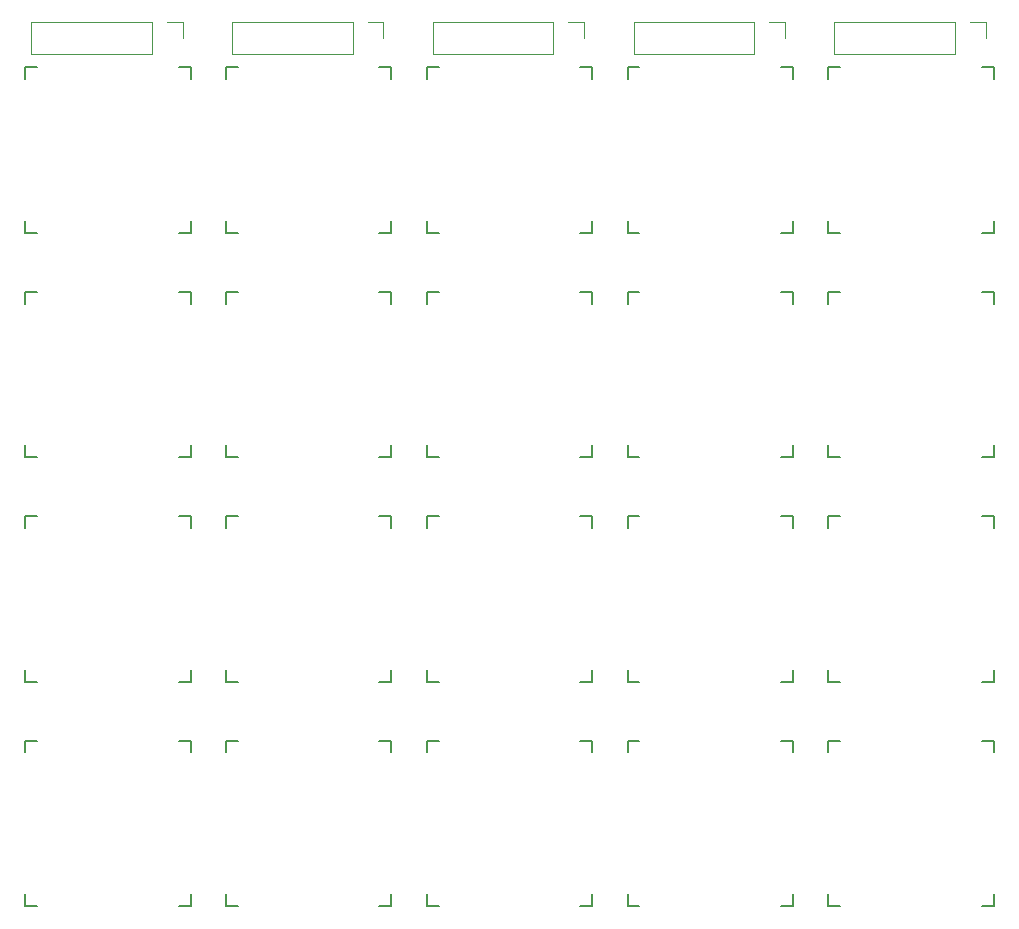
<source format=gto>
%MOIN*%
%OFA0B0*%
%FSLAX46Y46*%
%IPPOS*%
%LPD*%
%ADD10C,0.0047244094488188976*%
%ADD11C,0.005905511811023622*%
%ADD22C,0.0047244094488188976*%
%ADD23C,0.005905511811023622*%
%ADD24C,0.0047244094488188976*%
%ADD25C,0.005905511811023622*%
%ADD26C,0.0047244094488188976*%
%ADD27C,0.005905511811023622*%
%ADD28C,0.0047244094488188976*%
%ADD29C,0.005905511811023622*%
G01*
D10*
X0000442125Y0002861023D02*
X0000039763Y0002861023D01*
X0000544488Y0002965748D02*
X0000544488Y0002913385D01*
X0000442125Y0002965748D02*
X0000039763Y0002965748D01*
X0000039763Y0002965748D02*
X0000039763Y0002861023D01*
X0000442125Y0002965748D02*
X0000442125Y0002861023D01*
X0000492125Y0002965748D02*
X0000544488Y0002965748D01*
D11*
X0000019685Y0002775590D02*
X0000019685Y0002814960D01*
X0000019685Y0002263779D02*
X0000059055Y0002263779D01*
X0000059055Y0002814960D02*
X0000019685Y0002814960D01*
X0000019685Y0002263779D02*
X0000019685Y0002303149D01*
X0000570866Y0002303149D02*
X0000570866Y0002263779D01*
X0000570866Y0002814960D02*
X0000531496Y0002814960D01*
X0000531496Y0002263779D02*
X0000570866Y0002263779D01*
X0000570866Y0002814960D02*
X0000570866Y0002775590D01*
X0000570866Y0000059055D02*
X0000570866Y0000019685D01*
X0000570866Y0000570866D02*
X0000531496Y0000570866D01*
X0000531496Y0000019685D02*
X0000570866Y0000019685D01*
X0000570866Y0000570866D02*
X0000570866Y0000531496D01*
X0000019685Y0000531496D02*
X0000019685Y0000570866D01*
X0000019685Y0000019685D02*
X0000059055Y0000019685D01*
X0000059055Y0000570866D02*
X0000019685Y0000570866D01*
X0000019685Y0000019685D02*
X0000019685Y0000059055D01*
X0000570866Y0000807086D02*
X0000570866Y0000767716D01*
X0000570866Y0001318897D02*
X0000531496Y0001318897D01*
X0000531496Y0000767716D02*
X0000570866Y0000767716D01*
X0000570866Y0001318897D02*
X0000570866Y0001279527D01*
X0000019685Y0001279527D02*
X0000019685Y0001318897D01*
X0000019685Y0000767716D02*
X0000059055Y0000767716D01*
X0000059055Y0001318897D02*
X0000019685Y0001318897D01*
X0000019685Y0000767716D02*
X0000019685Y0000807086D01*
X0000019685Y0002027559D02*
X0000019685Y0002066929D01*
X0000019685Y0001515748D02*
X0000059055Y0001515748D01*
X0000059055Y0002066929D02*
X0000019685Y0002066929D01*
X0000019685Y0001515748D02*
X0000019685Y0001555118D01*
X0000570866Y0001555118D02*
X0000570866Y0001515748D01*
X0000570866Y0002066929D02*
X0000531496Y0002066929D01*
X0000531496Y0001515748D02*
X0000570866Y0001515748D01*
X0000570866Y0002066929D02*
X0000570866Y0002027559D01*
G04 next file*
G04 #@! TF.GenerationSoftware,KiCad,Pcbnew,7.0.2*
G04 #@! TF.CreationDate,2023-05-08T17:21:18+01:00*
G04 #@! TF.ProjectId,heron,6865726f-6e2e-46b6-9963-61645f706362,rev?*
G04 #@! TF.SameCoordinates,Original*
G04 #@! TF.FileFunction,Legend,Top*
G04 #@! TF.FilePolarity,Positive*
G04 Gerber Fmt 4.6, Leading zero omitted, Abs format (unit mm)*
G04 Created by KiCad (PCBNEW 7.0.2) date 2023-05-08 17:21:18*
G01*
G04 APERTURE LIST*
G04 APERTURE END LIST*
D22*
G04 #@! TO.C,J1*
X0001111417Y0002861023D02*
X0000709055Y0002861023D01*
X0001213779Y0002965748D02*
X0001213779Y0002913385D01*
X0001111417Y0002965748D02*
X0000709055Y0002965748D01*
X0000709055Y0002965748D02*
X0000709055Y0002861023D01*
X0001111417Y0002965748D02*
X0001111417Y0002861023D01*
X0001161417Y0002965748D02*
X0001213779Y0002965748D01*
D23*
G04 #@! TO.C,SW1*
X0000688976Y0002775590D02*
X0000688976Y0002814960D01*
X0000688976Y0002263779D02*
X0000728346Y0002263779D01*
X0000728346Y0002814960D02*
X0000688976Y0002814960D01*
X0000688976Y0002263779D02*
X0000688976Y0002303149D01*
X0001240157Y0002303149D02*
X0001240157Y0002263779D01*
X0001240157Y0002814960D02*
X0001200787Y0002814960D01*
X0001200787Y0002263779D02*
X0001240157Y0002263779D01*
X0001240157Y0002814960D02*
X0001240157Y0002775590D01*
G04 #@! TO.C,SW4*
X0001240157Y0000059055D02*
X0001240157Y0000019685D01*
X0001240157Y0000570866D02*
X0001200787Y0000570866D01*
X0001200787Y0000019685D02*
X0001240157Y0000019685D01*
X0001240157Y0000570866D02*
X0001240157Y0000531496D01*
X0000688976Y0000531496D02*
X0000688976Y0000570866D01*
X0000688976Y0000019685D02*
X0000728346Y0000019685D01*
X0000728346Y0000570866D02*
X0000688976Y0000570866D01*
X0000688976Y0000019685D02*
X0000688976Y0000059055D01*
G04 #@! TO.C,SW3*
X0001240157Y0000807086D02*
X0001240157Y0000767716D01*
X0001240157Y0001318897D02*
X0001200787Y0001318897D01*
X0001200787Y0000767716D02*
X0001240157Y0000767716D01*
X0001240157Y0001318897D02*
X0001240157Y0001279527D01*
X0000688976Y0001279527D02*
X0000688976Y0001318897D01*
X0000688976Y0000767716D02*
X0000728346Y0000767716D01*
X0000728346Y0001318897D02*
X0000688976Y0001318897D01*
X0000688976Y0000767716D02*
X0000688976Y0000807086D01*
G04 #@! TO.C,SW2*
X0000688976Y0002027559D02*
X0000688976Y0002066929D01*
X0000688976Y0001515748D02*
X0000728346Y0001515748D01*
X0000728346Y0002066929D02*
X0000688976Y0002066929D01*
X0000688976Y0001515748D02*
X0000688976Y0001555118D01*
X0001240157Y0001555118D02*
X0001240157Y0001515748D01*
X0001240157Y0002066929D02*
X0001200787Y0002066929D01*
X0001200787Y0001515748D02*
X0001240157Y0001515748D01*
X0001240157Y0002066929D02*
X0001240157Y0002027559D01*
G04 #@! TD*
G04 next file*
G04 #@! TF.GenerationSoftware,KiCad,Pcbnew,7.0.2*
G04 #@! TF.CreationDate,2023-05-08T17:21:18+01:00*
G04 #@! TF.ProjectId,heron,6865726f-6e2e-46b6-9963-61645f706362,rev?*
G04 #@! TF.SameCoordinates,Original*
G04 #@! TF.FileFunction,Legend,Top*
G04 #@! TF.FilePolarity,Positive*
G04 Gerber Fmt 4.6, Leading zero omitted, Abs format (unit mm)*
G04 Created by KiCad (PCBNEW 7.0.2) date 2023-05-08 17:21:18*
G01*
G04 APERTURE LIST*
G04 APERTURE END LIST*
D24*
G04 #@! TO.C,J1*
X0001780708Y0002861023D02*
X0001378346Y0002861023D01*
X0001883070Y0002965748D02*
X0001883070Y0002913385D01*
X0001780708Y0002965748D02*
X0001378346Y0002965748D01*
X0001378346Y0002965748D02*
X0001378346Y0002861023D01*
X0001780708Y0002965748D02*
X0001780708Y0002861023D01*
X0001830708Y0002965748D02*
X0001883070Y0002965748D01*
D25*
G04 #@! TO.C,SW1*
X0001358267Y0002775590D02*
X0001358267Y0002814960D01*
X0001358267Y0002263779D02*
X0001397637Y0002263779D01*
X0001397637Y0002814960D02*
X0001358267Y0002814960D01*
X0001358267Y0002263779D02*
X0001358267Y0002303149D01*
X0001909448Y0002303149D02*
X0001909448Y0002263779D01*
X0001909448Y0002814960D02*
X0001870078Y0002814960D01*
X0001870078Y0002263779D02*
X0001909448Y0002263779D01*
X0001909448Y0002814960D02*
X0001909448Y0002775590D01*
G04 #@! TO.C,SW4*
X0001909448Y0000059055D02*
X0001909448Y0000019685D01*
X0001909448Y0000570866D02*
X0001870078Y0000570866D01*
X0001870078Y0000019685D02*
X0001909448Y0000019685D01*
X0001909448Y0000570866D02*
X0001909448Y0000531496D01*
X0001358267Y0000531496D02*
X0001358267Y0000570866D01*
X0001358267Y0000019685D02*
X0001397637Y0000019685D01*
X0001397637Y0000570866D02*
X0001358267Y0000570866D01*
X0001358267Y0000019685D02*
X0001358267Y0000059055D01*
G04 #@! TO.C,SW3*
X0001909448Y0000807086D02*
X0001909448Y0000767716D01*
X0001909448Y0001318897D02*
X0001870078Y0001318897D01*
X0001870078Y0000767716D02*
X0001909448Y0000767716D01*
X0001909448Y0001318897D02*
X0001909448Y0001279527D01*
X0001358267Y0001279527D02*
X0001358267Y0001318897D01*
X0001358267Y0000767716D02*
X0001397637Y0000767716D01*
X0001397637Y0001318897D02*
X0001358267Y0001318897D01*
X0001358267Y0000767716D02*
X0001358267Y0000807086D01*
G04 #@! TO.C,SW2*
X0001358267Y0002027559D02*
X0001358267Y0002066929D01*
X0001358267Y0001515748D02*
X0001397637Y0001515748D01*
X0001397637Y0002066929D02*
X0001358267Y0002066929D01*
X0001358267Y0001515748D02*
X0001358267Y0001555118D01*
X0001909448Y0001555118D02*
X0001909448Y0001515748D01*
X0001909448Y0002066929D02*
X0001870078Y0002066929D01*
X0001870078Y0001515748D02*
X0001909448Y0001515748D01*
X0001909448Y0002066929D02*
X0001909448Y0002027559D01*
G04 #@! TD*
G04 next file*
G04 #@! TF.GenerationSoftware,KiCad,Pcbnew,7.0.2*
G04 #@! TF.CreationDate,2023-05-08T17:21:18+01:00*
G04 #@! TF.ProjectId,heron,6865726f-6e2e-46b6-9963-61645f706362,rev?*
G04 #@! TF.SameCoordinates,Original*
G04 #@! TF.FileFunction,Legend,Top*
G04 #@! TF.FilePolarity,Positive*
G04 Gerber Fmt 4.6, Leading zero omitted, Abs format (unit mm)*
G04 Created by KiCad (PCBNEW 7.0.2) date 2023-05-08 17:21:18*
G01*
G04 APERTURE LIST*
G04 APERTURE END LIST*
D26*
G04 #@! TO.C,J1*
X0002449999Y0002861023D02*
X0002047637Y0002861023D01*
X0002552362Y0002965748D02*
X0002552362Y0002913385D01*
X0002449999Y0002965748D02*
X0002047637Y0002965748D01*
X0002047637Y0002965748D02*
X0002047637Y0002861023D01*
X0002449999Y0002965748D02*
X0002449999Y0002861023D01*
X0002500000Y0002965748D02*
X0002552362Y0002965748D01*
D27*
G04 #@! TO.C,SW1*
X0002027559Y0002775590D02*
X0002027559Y0002814960D01*
X0002027559Y0002263779D02*
X0002066929Y0002263779D01*
X0002066929Y0002814960D02*
X0002027559Y0002814960D01*
X0002027559Y0002263779D02*
X0002027559Y0002303149D01*
X0002578740Y0002303149D02*
X0002578740Y0002263779D01*
X0002578740Y0002814960D02*
X0002539370Y0002814960D01*
X0002539370Y0002263779D02*
X0002578740Y0002263779D01*
X0002578740Y0002814960D02*
X0002578740Y0002775590D01*
G04 #@! TO.C,SW4*
X0002578740Y0000059055D02*
X0002578740Y0000019685D01*
X0002578740Y0000570866D02*
X0002539370Y0000570866D01*
X0002539370Y0000019685D02*
X0002578740Y0000019685D01*
X0002578740Y0000570866D02*
X0002578740Y0000531496D01*
X0002027559Y0000531496D02*
X0002027559Y0000570866D01*
X0002027559Y0000019685D02*
X0002066929Y0000019685D01*
X0002066929Y0000570866D02*
X0002027559Y0000570866D01*
X0002027559Y0000019685D02*
X0002027559Y0000059055D01*
G04 #@! TO.C,SW3*
X0002578740Y0000807086D02*
X0002578740Y0000767716D01*
X0002578740Y0001318897D02*
X0002539370Y0001318897D01*
X0002539370Y0000767716D02*
X0002578740Y0000767716D01*
X0002578740Y0001318897D02*
X0002578740Y0001279527D01*
X0002027559Y0001279527D02*
X0002027559Y0001318897D01*
X0002027559Y0000767716D02*
X0002066929Y0000767716D01*
X0002066929Y0001318897D02*
X0002027559Y0001318897D01*
X0002027559Y0000767716D02*
X0002027559Y0000807086D01*
G04 #@! TO.C,SW2*
X0002027559Y0002027559D02*
X0002027559Y0002066929D01*
X0002027559Y0001515748D02*
X0002066929Y0001515748D01*
X0002066929Y0002066929D02*
X0002027559Y0002066929D01*
X0002027559Y0001515748D02*
X0002027559Y0001555118D01*
X0002578740Y0001555118D02*
X0002578740Y0001515748D01*
X0002578740Y0002066929D02*
X0002539370Y0002066929D01*
X0002539370Y0001515748D02*
X0002578740Y0001515748D01*
X0002578740Y0002066929D02*
X0002578740Y0002027559D01*
G04 #@! TD*
G04 next file*
G04 #@! TF.GenerationSoftware,KiCad,Pcbnew,7.0.2*
G04 #@! TF.CreationDate,2023-05-08T17:21:18+01:00*
G04 #@! TF.ProjectId,heron,6865726f-6e2e-46b6-9963-61645f706362,rev?*
G04 #@! TF.SameCoordinates,Original*
G04 #@! TF.FileFunction,Legend,Top*
G04 #@! TF.FilePolarity,Positive*
G04 Gerber Fmt 4.6, Leading zero omitted, Abs format (unit mm)*
G04 Created by KiCad (PCBNEW 7.0.2) date 2023-05-08 17:21:18*
G01*
G04 APERTURE LIST*
G04 APERTURE END LIST*
D28*
G04 #@! TO.C,J1*
X0003119291Y0002861023D02*
X0002716929Y0002861023D01*
X0003221653Y0002965748D02*
X0003221653Y0002913385D01*
X0003119291Y0002965748D02*
X0002716929Y0002965748D01*
X0002716929Y0002965748D02*
X0002716929Y0002861023D01*
X0003119291Y0002965748D02*
X0003119291Y0002861023D01*
X0003169291Y0002965748D02*
X0003221653Y0002965748D01*
D29*
G04 #@! TO.C,SW1*
X0002696850Y0002775590D02*
X0002696850Y0002814960D01*
X0002696850Y0002263779D02*
X0002736220Y0002263779D01*
X0002736220Y0002814960D02*
X0002696850Y0002814960D01*
X0002696850Y0002263779D02*
X0002696850Y0002303149D01*
X0003248031Y0002303149D02*
X0003248031Y0002263779D01*
X0003248031Y0002814960D02*
X0003208661Y0002814960D01*
X0003208661Y0002263779D02*
X0003248031Y0002263779D01*
X0003248031Y0002814960D02*
X0003248031Y0002775590D01*
G04 #@! TO.C,SW4*
X0003248031Y0000059055D02*
X0003248031Y0000019685D01*
X0003248031Y0000570866D02*
X0003208661Y0000570866D01*
X0003208661Y0000019685D02*
X0003248031Y0000019685D01*
X0003248031Y0000570866D02*
X0003248031Y0000531496D01*
X0002696850Y0000531496D02*
X0002696850Y0000570866D01*
X0002696850Y0000019685D02*
X0002736220Y0000019685D01*
X0002736220Y0000570866D02*
X0002696850Y0000570866D01*
X0002696850Y0000019685D02*
X0002696850Y0000059055D01*
G04 #@! TO.C,SW3*
X0003248031Y0000807086D02*
X0003248031Y0000767716D01*
X0003248031Y0001318897D02*
X0003208661Y0001318897D01*
X0003208661Y0000767716D02*
X0003248031Y0000767716D01*
X0003248031Y0001318897D02*
X0003248031Y0001279527D01*
X0002696850Y0001279527D02*
X0002696850Y0001318897D01*
X0002696850Y0000767716D02*
X0002736220Y0000767716D01*
X0002736220Y0001318897D02*
X0002696850Y0001318897D01*
X0002696850Y0000767716D02*
X0002696850Y0000807086D01*
G04 #@! TO.C,SW2*
X0002696850Y0002027559D02*
X0002696850Y0002066929D01*
X0002696850Y0001515748D02*
X0002736220Y0001515748D01*
X0002736220Y0002066929D02*
X0002696850Y0002066929D01*
X0002696850Y0001515748D02*
X0002696850Y0001555118D01*
X0003248031Y0001555118D02*
X0003248031Y0001515748D01*
X0003248031Y0002066929D02*
X0003208661Y0002066929D01*
X0003208661Y0001515748D02*
X0003248031Y0001515748D01*
X0003248031Y0002066929D02*
X0003248031Y0002027559D01*
G04 #@! TD*
M02*
</source>
